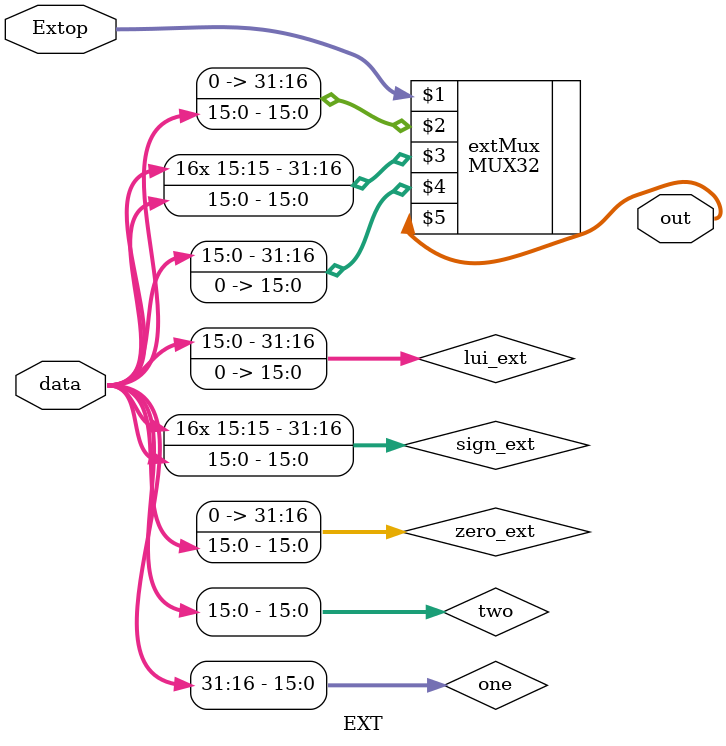
<source format=v>
`timescale 1ns / 1ps
module EXT(
    input [31:0] data,
    input [1:0] Extop,
    output [31:0] out
    );
	wire [15:0] one,two;
	wire [31:0] zero_ext,sign_ext,lui_ext,three;
	
	assign {one,two}=data;
	assign zero_ext={16'h0000,two};
	assign sign_ext={{16{two[15]}},two};
	assign lui_ext={two,16'h0000};
	
	MUX32 extMux(Extop,zero_ext,sign_ext,lui_ext,out);
	
endmodule

</source>
